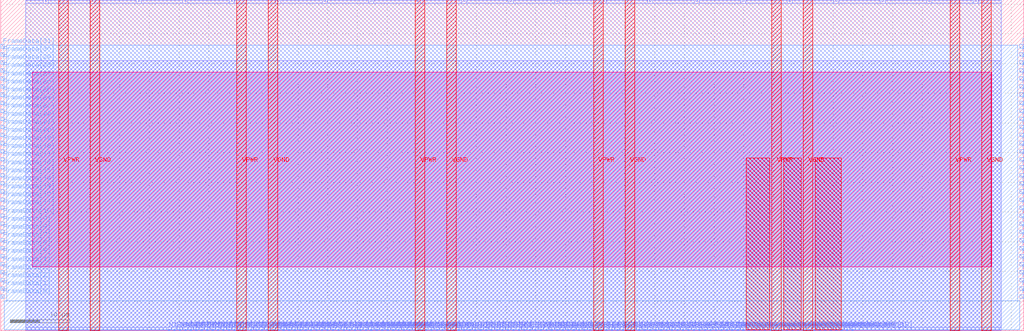
<source format=lef>
VERSION 5.7 ;
  NOWIREEXTENSIONATPIN ON ;
  DIVIDERCHAR "/" ;
  BUSBITCHARS "[]" ;
MACRO N_term_single
  CLASS BLOCK ;
  FOREIGN N_term_single ;
  ORIGIN 0.000 0.000 ;
  SIZE 172.040 BY 55.760 ;
  PIN Ci
    DIRECTION INPUT ;
    USE SIGNAL ;
    PORT
      LAYER met2 ;
        RECT 75.990 0.000 76.270 0.280 ;
    END
  END Ci
  PIN FrameData[0]
    DIRECTION INPUT ;
    USE SIGNAL ;
    ANTENNAGATEAREA 0.631200 ;
    ANTENNADIFFAREA 0.434700 ;
    PORT
      LAYER met3 ;
        RECT 0.000 5.480 0.600 6.080 ;
    END
  END FrameData[0]
  PIN FrameData[10]
    DIRECTION INPUT ;
    USE SIGNAL ;
    ANTENNAGATEAREA 0.196500 ;
    PORT
      LAYER met3 ;
        RECT 0.000 19.080 0.600 19.680 ;
    END
  END FrameData[10]
  PIN FrameData[11]
    DIRECTION INPUT ;
    USE SIGNAL ;
    ANTENNAGATEAREA 0.196500 ;
    PORT
      LAYER met3 ;
        RECT 0.000 20.440 0.600 21.040 ;
    END
  END FrameData[11]
  PIN FrameData[12]
    DIRECTION INPUT ;
    USE SIGNAL ;
    ANTENNAGATEAREA 0.196500 ;
    PORT
      LAYER met3 ;
        RECT 0.000 21.800 0.600 22.400 ;
    END
  END FrameData[12]
  PIN FrameData[13]
    DIRECTION INPUT ;
    USE SIGNAL ;
    ANTENNAGATEAREA 0.196500 ;
    PORT
      LAYER met3 ;
        RECT 0.000 23.160 0.600 23.760 ;
    END
  END FrameData[13]
  PIN FrameData[14]
    DIRECTION INPUT ;
    USE SIGNAL ;
    ANTENNAGATEAREA 0.631200 ;
    ANTENNADIFFAREA 0.434700 ;
    PORT
      LAYER met3 ;
        RECT 0.000 24.520 0.600 25.120 ;
    END
  END FrameData[14]
  PIN FrameData[15]
    DIRECTION INPUT ;
    USE SIGNAL ;
    ANTENNAGATEAREA 0.196500 ;
    PORT
      LAYER met3 ;
        RECT 0.000 25.880 0.600 26.480 ;
    END
  END FrameData[15]
  PIN FrameData[16]
    DIRECTION INPUT ;
    USE SIGNAL ;
    ANTENNAGATEAREA 0.196500 ;
    PORT
      LAYER met3 ;
        RECT 0.000 27.240 0.600 27.840 ;
    END
  END FrameData[16]
  PIN FrameData[17]
    DIRECTION INPUT ;
    USE SIGNAL ;
    ANTENNAGATEAREA 0.631200 ;
    ANTENNADIFFAREA 0.434700 ;
    PORT
      LAYER met3 ;
        RECT 0.000 28.600 0.600 29.200 ;
    END
  END FrameData[17]
  PIN FrameData[18]
    DIRECTION INPUT ;
    USE SIGNAL ;
    ANTENNAGATEAREA 0.631200 ;
    ANTENNADIFFAREA 0.434700 ;
    PORT
      LAYER met3 ;
        RECT 0.000 29.960 0.600 30.560 ;
    END
  END FrameData[18]
  PIN FrameData[19]
    DIRECTION INPUT ;
    USE SIGNAL ;
    ANTENNAGATEAREA 0.631200 ;
    ANTENNADIFFAREA 0.434700 ;
    PORT
      LAYER met3 ;
        RECT 0.000 31.320 0.600 31.920 ;
    END
  END FrameData[19]
  PIN FrameData[1]
    DIRECTION INPUT ;
    USE SIGNAL ;
    ANTENNAGATEAREA 0.631200 ;
    ANTENNADIFFAREA 0.434700 ;
    PORT
      LAYER met3 ;
        RECT 0.000 6.840 0.600 7.440 ;
    END
  END FrameData[1]
  PIN FrameData[20]
    DIRECTION INPUT ;
    USE SIGNAL ;
    ANTENNAGATEAREA 0.631200 ;
    ANTENNADIFFAREA 0.434700 ;
    PORT
      LAYER met3 ;
        RECT 0.000 32.680 0.600 33.280 ;
    END
  END FrameData[20]
  PIN FrameData[21]
    DIRECTION INPUT ;
    USE SIGNAL ;
    ANTENNAGATEAREA 0.631200 ;
    ANTENNADIFFAREA 0.434700 ;
    PORT
      LAYER met3 ;
        RECT 0.000 34.040 0.600 34.640 ;
    END
  END FrameData[21]
  PIN FrameData[22]
    DIRECTION INPUT ;
    USE SIGNAL ;
    ANTENNAGATEAREA 0.631200 ;
    ANTENNADIFFAREA 0.434700 ;
    PORT
      LAYER met3 ;
        RECT 0.000 35.400 0.600 36.000 ;
    END
  END FrameData[22]
  PIN FrameData[23]
    DIRECTION INPUT ;
    USE SIGNAL ;
    ANTENNAGATEAREA 0.631200 ;
    ANTENNADIFFAREA 0.434700 ;
    PORT
      LAYER met3 ;
        RECT 0.000 36.760 0.600 37.360 ;
    END
  END FrameData[23]
  PIN FrameData[24]
    DIRECTION INPUT ;
    USE SIGNAL ;
    ANTENNAGATEAREA 0.631200 ;
    ANTENNADIFFAREA 0.434700 ;
    PORT
      LAYER met3 ;
        RECT 0.000 38.120 0.600 38.720 ;
    END
  END FrameData[24]
  PIN FrameData[25]
    DIRECTION INPUT ;
    USE SIGNAL ;
    ANTENNAGATEAREA 0.196500 ;
    PORT
      LAYER met3 ;
        RECT 0.000 39.480 0.600 40.080 ;
    END
  END FrameData[25]
  PIN FrameData[26]
    DIRECTION INPUT ;
    USE SIGNAL ;
    ANTENNAGATEAREA 0.196500 ;
    PORT
      LAYER met3 ;
        RECT 0.000 40.840 0.600 41.440 ;
    END
  END FrameData[26]
  PIN FrameData[27]
    DIRECTION INPUT ;
    USE SIGNAL ;
    ANTENNAGATEAREA 0.631200 ;
    ANTENNADIFFAREA 0.434700 ;
    PORT
      LAYER met3 ;
        RECT 0.000 42.200 0.600 42.800 ;
    END
  END FrameData[27]
  PIN FrameData[28]
    DIRECTION INPUT ;
    USE SIGNAL ;
    ANTENNAGATEAREA 0.631200 ;
    ANTENNADIFFAREA 0.434700 ;
    PORT
      LAYER met3 ;
        RECT 0.000 43.560 0.600 44.160 ;
    END
  END FrameData[28]
  PIN FrameData[29]
    DIRECTION INPUT ;
    USE SIGNAL ;
    ANTENNAGATEAREA 0.631200 ;
    ANTENNADIFFAREA 0.434700 ;
    PORT
      LAYER met3 ;
        RECT 0.000 44.920 0.600 45.520 ;
    END
  END FrameData[29]
  PIN FrameData[2]
    DIRECTION INPUT ;
    USE SIGNAL ;
    ANTENNAGATEAREA 0.631200 ;
    ANTENNADIFFAREA 0.434700 ;
    PORT
      LAYER met3 ;
        RECT 0.000 8.200 0.600 8.800 ;
    END
  END FrameData[2]
  PIN FrameData[30]
    DIRECTION INPUT ;
    USE SIGNAL ;
    ANTENNAGATEAREA 0.631200 ;
    ANTENNADIFFAREA 0.434700 ;
    PORT
      LAYER met3 ;
        RECT 0.000 46.280 0.600 46.880 ;
    END
  END FrameData[30]
  PIN FrameData[31]
    DIRECTION INPUT ;
    USE SIGNAL ;
    ANTENNAGATEAREA 0.631200 ;
    ANTENNADIFFAREA 0.434700 ;
    PORT
      LAYER met3 ;
        RECT 0.000 47.640 0.600 48.240 ;
    END
  END FrameData[31]
  PIN FrameData[3]
    DIRECTION INPUT ;
    USE SIGNAL ;
    ANTENNAGATEAREA 0.631200 ;
    ANTENNADIFFAREA 0.434700 ;
    PORT
      LAYER met3 ;
        RECT 0.000 9.560 0.600 10.160 ;
    END
  END FrameData[3]
  PIN FrameData[4]
    DIRECTION INPUT ;
    USE SIGNAL ;
    ANTENNAGATEAREA 0.631200 ;
    ANTENNADIFFAREA 0.434700 ;
    PORT
      LAYER met3 ;
        RECT 0.000 10.920 0.600 11.520 ;
    END
  END FrameData[4]
  PIN FrameData[5]
    DIRECTION INPUT ;
    USE SIGNAL ;
    ANTENNAGATEAREA 0.631200 ;
    ANTENNADIFFAREA 0.434700 ;
    PORT
      LAYER met3 ;
        RECT 0.000 12.280 0.600 12.880 ;
    END
  END FrameData[5]
  PIN FrameData[6]
    DIRECTION INPUT ;
    USE SIGNAL ;
    ANTENNAGATEAREA 0.631200 ;
    ANTENNADIFFAREA 0.434700 ;
    PORT
      LAYER met3 ;
        RECT 0.000 13.640 0.600 14.240 ;
    END
  END FrameData[6]
  PIN FrameData[7]
    DIRECTION INPUT ;
    USE SIGNAL ;
    ANTENNAGATEAREA 0.631200 ;
    ANTENNADIFFAREA 0.434700 ;
    PORT
      LAYER met3 ;
        RECT 0.000 15.000 0.600 15.600 ;
    END
  END FrameData[7]
  PIN FrameData[8]
    DIRECTION INPUT ;
    USE SIGNAL ;
    ANTENNAGATEAREA 0.631200 ;
    ANTENNADIFFAREA 0.434700 ;
    PORT
      LAYER met3 ;
        RECT 0.000 16.360 0.600 16.960 ;
    END
  END FrameData[8]
  PIN FrameData[9]
    DIRECTION INPUT ;
    USE SIGNAL ;
    ANTENNAGATEAREA 0.631200 ;
    ANTENNADIFFAREA 0.434700 ;
    PORT
      LAYER met3 ;
        RECT 0.000 17.720 0.600 18.320 ;
    END
  END FrameData[9]
  PIN FrameData_O[0]
    DIRECTION OUTPUT ;
    USE SIGNAL ;
    ANTENNADIFFAREA 0.445500 ;
    PORT
      LAYER met3 ;
        RECT 171.440 5.480 172.040 6.080 ;
    END
  END FrameData_O[0]
  PIN FrameData_O[10]
    DIRECTION OUTPUT ;
    USE SIGNAL ;
    ANTENNADIFFAREA 0.445500 ;
    PORT
      LAYER met3 ;
        RECT 171.440 19.080 172.040 19.680 ;
    END
  END FrameData_O[10]
  PIN FrameData_O[11]
    DIRECTION OUTPUT ;
    USE SIGNAL ;
    ANTENNADIFFAREA 0.445500 ;
    PORT
      LAYER met3 ;
        RECT 171.440 20.440 172.040 21.040 ;
    END
  END FrameData_O[11]
  PIN FrameData_O[12]
    DIRECTION OUTPUT ;
    USE SIGNAL ;
    ANTENNADIFFAREA 0.445500 ;
    PORT
      LAYER met3 ;
        RECT 171.440 21.800 172.040 22.400 ;
    END
  END FrameData_O[12]
  PIN FrameData_O[13]
    DIRECTION OUTPUT ;
    USE SIGNAL ;
    ANTENNADIFFAREA 0.445500 ;
    PORT
      LAYER met3 ;
        RECT 171.440 23.160 172.040 23.760 ;
    END
  END FrameData_O[13]
  PIN FrameData_O[14]
    DIRECTION OUTPUT ;
    USE SIGNAL ;
    ANTENNADIFFAREA 0.445500 ;
    PORT
      LAYER met3 ;
        RECT 171.440 24.520 172.040 25.120 ;
    END
  END FrameData_O[14]
  PIN FrameData_O[15]
    DIRECTION OUTPUT ;
    USE SIGNAL ;
    ANTENNADIFFAREA 0.445500 ;
    PORT
      LAYER met3 ;
        RECT 171.440 25.880 172.040 26.480 ;
    END
  END FrameData_O[15]
  PIN FrameData_O[16]
    DIRECTION OUTPUT ;
    USE SIGNAL ;
    ANTENNADIFFAREA 0.445500 ;
    PORT
      LAYER met3 ;
        RECT 171.440 27.240 172.040 27.840 ;
    END
  END FrameData_O[16]
  PIN FrameData_O[17]
    DIRECTION OUTPUT ;
    USE SIGNAL ;
    ANTENNADIFFAREA 0.445500 ;
    PORT
      LAYER met3 ;
        RECT 171.440 28.600 172.040 29.200 ;
    END
  END FrameData_O[17]
  PIN FrameData_O[18]
    DIRECTION OUTPUT ;
    USE SIGNAL ;
    ANTENNADIFFAREA 0.445500 ;
    PORT
      LAYER met3 ;
        RECT 171.440 29.960 172.040 30.560 ;
    END
  END FrameData_O[18]
  PIN FrameData_O[19]
    DIRECTION OUTPUT ;
    USE SIGNAL ;
    ANTENNADIFFAREA 0.445500 ;
    PORT
      LAYER met3 ;
        RECT 171.440 31.320 172.040 31.920 ;
    END
  END FrameData_O[19]
  PIN FrameData_O[1]
    DIRECTION OUTPUT ;
    USE SIGNAL ;
    ANTENNADIFFAREA 0.445500 ;
    PORT
      LAYER met3 ;
        RECT 171.440 6.840 172.040 7.440 ;
    END
  END FrameData_O[1]
  PIN FrameData_O[20]
    DIRECTION OUTPUT ;
    USE SIGNAL ;
    ANTENNADIFFAREA 0.445500 ;
    PORT
      LAYER met3 ;
        RECT 171.440 32.680 172.040 33.280 ;
    END
  END FrameData_O[20]
  PIN FrameData_O[21]
    DIRECTION OUTPUT ;
    USE SIGNAL ;
    ANTENNADIFFAREA 0.445500 ;
    PORT
      LAYER met3 ;
        RECT 171.440 34.040 172.040 34.640 ;
    END
  END FrameData_O[21]
  PIN FrameData_O[22]
    DIRECTION OUTPUT ;
    USE SIGNAL ;
    ANTENNADIFFAREA 0.445500 ;
    PORT
      LAYER met3 ;
        RECT 171.440 35.400 172.040 36.000 ;
    END
  END FrameData_O[22]
  PIN FrameData_O[23]
    DIRECTION OUTPUT ;
    USE SIGNAL ;
    ANTENNADIFFAREA 0.445500 ;
    PORT
      LAYER met3 ;
        RECT 171.440 36.760 172.040 37.360 ;
    END
  END FrameData_O[23]
  PIN FrameData_O[24]
    DIRECTION OUTPUT ;
    USE SIGNAL ;
    ANTENNADIFFAREA 0.445500 ;
    PORT
      LAYER met3 ;
        RECT 171.440 38.120 172.040 38.720 ;
    END
  END FrameData_O[24]
  PIN FrameData_O[25]
    DIRECTION OUTPUT ;
    USE SIGNAL ;
    ANTENNADIFFAREA 0.445500 ;
    PORT
      LAYER met3 ;
        RECT 171.440 39.480 172.040 40.080 ;
    END
  END FrameData_O[25]
  PIN FrameData_O[26]
    DIRECTION OUTPUT ;
    USE SIGNAL ;
    ANTENNADIFFAREA 0.445500 ;
    PORT
      LAYER met3 ;
        RECT 171.440 40.840 172.040 41.440 ;
    END
  END FrameData_O[26]
  PIN FrameData_O[27]
    DIRECTION OUTPUT ;
    USE SIGNAL ;
    ANTENNADIFFAREA 0.445500 ;
    PORT
      LAYER met3 ;
        RECT 171.440 42.200 172.040 42.800 ;
    END
  END FrameData_O[27]
  PIN FrameData_O[28]
    DIRECTION OUTPUT ;
    USE SIGNAL ;
    ANTENNADIFFAREA 0.445500 ;
    PORT
      LAYER met3 ;
        RECT 171.440 43.560 172.040 44.160 ;
    END
  END FrameData_O[28]
  PIN FrameData_O[29]
    DIRECTION OUTPUT ;
    USE SIGNAL ;
    ANTENNADIFFAREA 0.445500 ;
    PORT
      LAYER met3 ;
        RECT 171.440 44.920 172.040 45.520 ;
    END
  END FrameData_O[29]
  PIN FrameData_O[2]
    DIRECTION OUTPUT ;
    USE SIGNAL ;
    ANTENNADIFFAREA 0.445500 ;
    PORT
      LAYER met3 ;
        RECT 171.440 8.200 172.040 8.800 ;
    END
  END FrameData_O[2]
  PIN FrameData_O[30]
    DIRECTION OUTPUT ;
    USE SIGNAL ;
    ANTENNADIFFAREA 0.445500 ;
    PORT
      LAYER met3 ;
        RECT 171.440 46.280 172.040 46.880 ;
    END
  END FrameData_O[30]
  PIN FrameData_O[31]
    DIRECTION OUTPUT ;
    USE SIGNAL ;
    ANTENNADIFFAREA 0.445500 ;
    PORT
      LAYER met3 ;
        RECT 171.440 47.640 172.040 48.240 ;
    END
  END FrameData_O[31]
  PIN FrameData_O[3]
    DIRECTION OUTPUT ;
    USE SIGNAL ;
    ANTENNADIFFAREA 0.445500 ;
    PORT
      LAYER met3 ;
        RECT 171.440 9.560 172.040 10.160 ;
    END
  END FrameData_O[3]
  PIN FrameData_O[4]
    DIRECTION OUTPUT ;
    USE SIGNAL ;
    ANTENNADIFFAREA 0.445500 ;
    PORT
      LAYER met3 ;
        RECT 171.440 10.920 172.040 11.520 ;
    END
  END FrameData_O[4]
  PIN FrameData_O[5]
    DIRECTION OUTPUT ;
    USE SIGNAL ;
    ANTENNADIFFAREA 0.445500 ;
    PORT
      LAYER met3 ;
        RECT 171.440 12.280 172.040 12.880 ;
    END
  END FrameData_O[5]
  PIN FrameData_O[6]
    DIRECTION OUTPUT ;
    USE SIGNAL ;
    ANTENNADIFFAREA 0.445500 ;
    PORT
      LAYER met3 ;
        RECT 171.440 13.640 172.040 14.240 ;
    END
  END FrameData_O[6]
  PIN FrameData_O[7]
    DIRECTION OUTPUT ;
    USE SIGNAL ;
    ANTENNADIFFAREA 0.445500 ;
    PORT
      LAYER met3 ;
        RECT 171.440 15.000 172.040 15.600 ;
    END
  END FrameData_O[7]
  PIN FrameData_O[8]
    DIRECTION OUTPUT ;
    USE SIGNAL ;
    ANTENNADIFFAREA 0.445500 ;
    PORT
      LAYER met3 ;
        RECT 171.440 16.360 172.040 16.960 ;
    END
  END FrameData_O[8]
  PIN FrameData_O[9]
    DIRECTION OUTPUT ;
    USE SIGNAL ;
    ANTENNADIFFAREA 0.445500 ;
    PORT
      LAYER met3 ;
        RECT 171.440 17.720 172.040 18.320 ;
    END
  END FrameData_O[9]
  PIN FrameStrobe[0]
    DIRECTION INPUT ;
    USE SIGNAL ;
    ANTENNAGATEAREA 0.631200 ;
    ANTENNADIFFAREA 0.434700 ;
    PORT
      LAYER met2 ;
        RECT 125.670 0.000 125.950 0.280 ;
    END
  END FrameStrobe[0]
  PIN FrameStrobe[10]
    DIRECTION INPUT ;
    USE SIGNAL ;
    ANTENNAGATEAREA 0.196500 ;
    PORT
      LAYER met2 ;
        RECT 134.870 0.000 135.150 0.280 ;
    END
  END FrameStrobe[10]
  PIN FrameStrobe[11]
    DIRECTION INPUT ;
    USE SIGNAL ;
    ANTENNAGATEAREA 0.196500 ;
    PORT
      LAYER met2 ;
        RECT 135.790 0.000 136.070 0.280 ;
    END
  END FrameStrobe[11]
  PIN FrameStrobe[12]
    DIRECTION INPUT ;
    USE SIGNAL ;
    ANTENNAGATEAREA 0.196500 ;
    PORT
      LAYER met2 ;
        RECT 136.710 0.000 136.990 0.280 ;
    END
  END FrameStrobe[12]
  PIN FrameStrobe[13]
    DIRECTION INPUT ;
    USE SIGNAL ;
    ANTENNAGATEAREA 0.196500 ;
    PORT
      LAYER met2 ;
        RECT 137.630 0.000 137.910 0.280 ;
    END
  END FrameStrobe[13]
  PIN FrameStrobe[14]
    DIRECTION INPUT ;
    USE SIGNAL ;
    ANTENNAGATEAREA 0.196500 ;
    PORT
      LAYER met2 ;
        RECT 138.550 0.000 138.830 0.280 ;
    END
  END FrameStrobe[14]
  PIN FrameStrobe[15]
    DIRECTION INPUT ;
    USE SIGNAL ;
    ANTENNAGATEAREA 0.196500 ;
    PORT
      LAYER met2 ;
        RECT 139.470 0.000 139.750 0.280 ;
    END
  END FrameStrobe[15]
  PIN FrameStrobe[16]
    DIRECTION INPUT ;
    USE SIGNAL ;
    ANTENNAGATEAREA 0.196500 ;
    PORT
      LAYER met2 ;
        RECT 140.390 0.000 140.670 0.280 ;
    END
  END FrameStrobe[16]
  PIN FrameStrobe[17]
    DIRECTION INPUT ;
    USE SIGNAL ;
    ANTENNAGATEAREA 0.196500 ;
    PORT
      LAYER met2 ;
        RECT 141.310 0.000 141.590 0.280 ;
    END
  END FrameStrobe[17]
  PIN FrameStrobe[18]
    DIRECTION INPUT ;
    USE SIGNAL ;
    ANTENNAGATEAREA 0.196500 ;
    PORT
      LAYER met2 ;
        RECT 142.230 0.000 142.510 0.280 ;
    END
  END FrameStrobe[18]
  PIN FrameStrobe[19]
    DIRECTION INPUT ;
    USE SIGNAL ;
    ANTENNAGATEAREA 0.196500 ;
    PORT
      LAYER met2 ;
        RECT 143.150 0.000 143.430 0.280 ;
    END
  END FrameStrobe[19]
  PIN FrameStrobe[1]
    DIRECTION INPUT ;
    USE SIGNAL ;
    ANTENNAGATEAREA 0.196500 ;
    PORT
      LAYER met2 ;
        RECT 126.590 0.000 126.870 0.280 ;
    END
  END FrameStrobe[1]
  PIN FrameStrobe[2]
    DIRECTION INPUT ;
    USE SIGNAL ;
    ANTENNAGATEAREA 0.631200 ;
    ANTENNADIFFAREA 0.434700 ;
    PORT
      LAYER met2 ;
        RECT 127.510 0.000 127.790 0.280 ;
    END
  END FrameStrobe[2]
  PIN FrameStrobe[3]
    DIRECTION INPUT ;
    USE SIGNAL ;
    ANTENNAGATEAREA 0.196500 ;
    PORT
      LAYER met2 ;
        RECT 128.430 0.000 128.710 0.280 ;
    END
  END FrameStrobe[3]
  PIN FrameStrobe[4]
    DIRECTION INPUT ;
    USE SIGNAL ;
    ANTENNAGATEAREA 0.196500 ;
    PORT
      LAYER met2 ;
        RECT 129.350 0.000 129.630 0.280 ;
    END
  END FrameStrobe[4]
  PIN FrameStrobe[5]
    DIRECTION INPUT ;
    USE SIGNAL ;
    ANTENNAGATEAREA 0.196500 ;
    PORT
      LAYER met2 ;
        RECT 130.270 0.000 130.550 0.280 ;
    END
  END FrameStrobe[5]
  PIN FrameStrobe[6]
    DIRECTION INPUT ;
    USE SIGNAL ;
    ANTENNAGATEAREA 0.196500 ;
    PORT
      LAYER met2 ;
        RECT 131.190 0.000 131.470 0.280 ;
    END
  END FrameStrobe[6]
  PIN FrameStrobe[7]
    DIRECTION INPUT ;
    USE SIGNAL ;
    ANTENNAGATEAREA 0.196500 ;
    PORT
      LAYER met2 ;
        RECT 132.110 0.000 132.390 0.280 ;
    END
  END FrameStrobe[7]
  PIN FrameStrobe[8]
    DIRECTION INPUT ;
    USE SIGNAL ;
    ANTENNAGATEAREA 0.196500 ;
    PORT
      LAYER met2 ;
        RECT 133.030 0.000 133.310 0.280 ;
    END
  END FrameStrobe[8]
  PIN FrameStrobe[9]
    DIRECTION INPUT ;
    USE SIGNAL ;
    ANTENNAGATEAREA 0.196500 ;
    PORT
      LAYER met2 ;
        RECT 133.950 0.000 134.230 0.280 ;
    END
  END FrameStrobe[9]
  PIN FrameStrobe_O[0]
    DIRECTION OUTPUT ;
    USE SIGNAL ;
    ANTENNADIFFAREA 0.445500 ;
    PORT
      LAYER met2 ;
        RECT 15.270 55.480 15.550 55.760 ;
    END
  END FrameStrobe_O[0]
  PIN FrameStrobe_O[10]
    DIRECTION OUTPUT ;
    USE SIGNAL ;
    ANTENNADIFFAREA 0.445500 ;
    PORT
      LAYER met2 ;
        RECT 93.470 55.480 93.750 55.760 ;
    END
  END FrameStrobe_O[10]
  PIN FrameStrobe_O[11]
    DIRECTION OUTPUT ;
    USE SIGNAL ;
    ANTENNADIFFAREA 0.445500 ;
    PORT
      LAYER met2 ;
        RECT 101.290 55.480 101.570 55.760 ;
    END
  END FrameStrobe_O[11]
  PIN FrameStrobe_O[12]
    DIRECTION OUTPUT ;
    USE SIGNAL ;
    ANTENNADIFFAREA 0.445500 ;
    PORT
      LAYER met2 ;
        RECT 109.110 55.480 109.390 55.760 ;
    END
  END FrameStrobe_O[12]
  PIN FrameStrobe_O[13]
    DIRECTION OUTPUT ;
    USE SIGNAL ;
    ANTENNADIFFAREA 0.445500 ;
    PORT
      LAYER met2 ;
        RECT 116.930 55.480 117.210 55.760 ;
    END
  END FrameStrobe_O[13]
  PIN FrameStrobe_O[14]
    DIRECTION OUTPUT ;
    USE SIGNAL ;
    ANTENNADIFFAREA 0.445500 ;
    PORT
      LAYER met2 ;
        RECT 124.750 55.480 125.030 55.760 ;
    END
  END FrameStrobe_O[14]
  PIN FrameStrobe_O[15]
    DIRECTION OUTPUT ;
    USE SIGNAL ;
    ANTENNADIFFAREA 0.445500 ;
    PORT
      LAYER met2 ;
        RECT 132.570 55.480 132.850 55.760 ;
    END
  END FrameStrobe_O[15]
  PIN FrameStrobe_O[16]
    DIRECTION OUTPUT ;
    USE SIGNAL ;
    ANTENNADIFFAREA 0.445500 ;
    PORT
      LAYER met2 ;
        RECT 140.390 55.480 140.670 55.760 ;
    END
  END FrameStrobe_O[16]
  PIN FrameStrobe_O[17]
    DIRECTION OUTPUT ;
    USE SIGNAL ;
    ANTENNADIFFAREA 0.445500 ;
    PORT
      LAYER met2 ;
        RECT 148.210 55.480 148.490 55.760 ;
    END
  END FrameStrobe_O[17]
  PIN FrameStrobe_O[18]
    DIRECTION OUTPUT ;
    USE SIGNAL ;
    ANTENNADIFFAREA 0.445500 ;
    PORT
      LAYER met2 ;
        RECT 156.030 55.480 156.310 55.760 ;
    END
  END FrameStrobe_O[18]
  PIN FrameStrobe_O[19]
    DIRECTION OUTPUT ;
    USE SIGNAL ;
    ANTENNADIFFAREA 0.445500 ;
    PORT
      LAYER met2 ;
        RECT 163.850 55.480 164.130 55.760 ;
    END
  END FrameStrobe_O[19]
  PIN FrameStrobe_O[1]
    DIRECTION OUTPUT ;
    USE SIGNAL ;
    ANTENNADIFFAREA 0.445500 ;
    PORT
      LAYER met2 ;
        RECT 23.090 55.480 23.370 55.760 ;
    END
  END FrameStrobe_O[1]
  PIN FrameStrobe_O[2]
    DIRECTION OUTPUT ;
    USE SIGNAL ;
    ANTENNADIFFAREA 0.445500 ;
    PORT
      LAYER met2 ;
        RECT 30.910 55.480 31.190 55.760 ;
    END
  END FrameStrobe_O[2]
  PIN FrameStrobe_O[3]
    DIRECTION OUTPUT ;
    USE SIGNAL ;
    ANTENNADIFFAREA 0.445500 ;
    PORT
      LAYER met2 ;
        RECT 38.730 55.480 39.010 55.760 ;
    END
  END FrameStrobe_O[3]
  PIN FrameStrobe_O[4]
    DIRECTION OUTPUT ;
    USE SIGNAL ;
    ANTENNADIFFAREA 0.445500 ;
    PORT
      LAYER met2 ;
        RECT 46.550 55.480 46.830 55.760 ;
    END
  END FrameStrobe_O[4]
  PIN FrameStrobe_O[5]
    DIRECTION OUTPUT ;
    USE SIGNAL ;
    ANTENNADIFFAREA 0.445500 ;
    PORT
      LAYER met2 ;
        RECT 54.370 55.480 54.650 55.760 ;
    END
  END FrameStrobe_O[5]
  PIN FrameStrobe_O[6]
    DIRECTION OUTPUT ;
    USE SIGNAL ;
    ANTENNADIFFAREA 0.445500 ;
    PORT
      LAYER met2 ;
        RECT 62.190 55.480 62.470 55.760 ;
    END
  END FrameStrobe_O[6]
  PIN FrameStrobe_O[7]
    DIRECTION OUTPUT ;
    USE SIGNAL ;
    ANTENNADIFFAREA 0.445500 ;
    PORT
      LAYER met2 ;
        RECT 70.010 55.480 70.290 55.760 ;
    END
  END FrameStrobe_O[7]
  PIN FrameStrobe_O[8]
    DIRECTION OUTPUT ;
    USE SIGNAL ;
    ANTENNADIFFAREA 0.445500 ;
    PORT
      LAYER met2 ;
        RECT 77.830 55.480 78.110 55.760 ;
    END
  END FrameStrobe_O[8]
  PIN FrameStrobe_O[9]
    DIRECTION OUTPUT ;
    USE SIGNAL ;
    ANTENNADIFFAREA 0.445500 ;
    PORT
      LAYER met2 ;
        RECT 85.650 55.480 85.930 55.760 ;
    END
  END FrameStrobe_O[9]
  PIN N1END[0]
    DIRECTION INPUT ;
    USE SIGNAL ;
    ANTENNAGATEAREA 0.196500 ;
    PORT
      LAYER met2 ;
        RECT 28.150 0.000 28.430 0.280 ;
    END
  END N1END[0]
  PIN N1END[1]
    DIRECTION INPUT ;
    USE SIGNAL ;
    ANTENNAGATEAREA 0.196500 ;
    PORT
      LAYER met2 ;
        RECT 29.070 0.000 29.350 0.280 ;
    END
  END N1END[1]
  PIN N1END[2]
    DIRECTION INPUT ;
    USE SIGNAL ;
    ANTENNAGATEAREA 0.196500 ;
    PORT
      LAYER met2 ;
        RECT 29.990 0.000 30.270 0.280 ;
    END
  END N1END[2]
  PIN N1END[3]
    DIRECTION INPUT ;
    USE SIGNAL ;
    ANTENNAGATEAREA 0.196500 ;
    PORT
      LAYER met2 ;
        RECT 30.910 0.000 31.190 0.280 ;
    END
  END N1END[3]
  PIN N2END[0]
    DIRECTION INPUT ;
    USE SIGNAL ;
    ANTENNAGATEAREA 0.196500 ;
    PORT
      LAYER met2 ;
        RECT 39.190 0.000 39.470 0.280 ;
    END
  END N2END[0]
  PIN N2END[1]
    DIRECTION INPUT ;
    USE SIGNAL ;
    ANTENNAGATEAREA 0.196500 ;
    PORT
      LAYER met2 ;
        RECT 40.110 0.000 40.390 0.280 ;
    END
  END N2END[1]
  PIN N2END[2]
    DIRECTION INPUT ;
    USE SIGNAL ;
    ANTENNAGATEAREA 0.196500 ;
    PORT
      LAYER met2 ;
        RECT 41.030 0.000 41.310 0.280 ;
    END
  END N2END[2]
  PIN N2END[3]
    DIRECTION INPUT ;
    USE SIGNAL ;
    ANTENNAGATEAREA 0.196500 ;
    PORT
      LAYER met2 ;
        RECT 41.950 0.000 42.230 0.280 ;
    END
  END N2END[3]
  PIN N2END[4]
    DIRECTION INPUT ;
    USE SIGNAL ;
    ANTENNAGATEAREA 0.196500 ;
    PORT
      LAYER met2 ;
        RECT 42.870 0.000 43.150 0.280 ;
    END
  END N2END[4]
  PIN N2END[5]
    DIRECTION INPUT ;
    USE SIGNAL ;
    ANTENNAGATEAREA 0.196500 ;
    PORT
      LAYER met2 ;
        RECT 43.790 0.000 44.070 0.280 ;
    END
  END N2END[5]
  PIN N2END[6]
    DIRECTION INPUT ;
    USE SIGNAL ;
    ANTENNAGATEAREA 0.196500 ;
    PORT
      LAYER met2 ;
        RECT 44.710 0.000 44.990 0.280 ;
    END
  END N2END[6]
  PIN N2END[7]
    DIRECTION INPUT ;
    USE SIGNAL ;
    ANTENNAGATEAREA 0.196500 ;
    PORT
      LAYER met2 ;
        RECT 45.630 0.000 45.910 0.280 ;
    END
  END N2END[7]
  PIN N2MID[0]
    DIRECTION INPUT ;
    USE SIGNAL ;
    ANTENNAGATEAREA 0.196500 ;
    PORT
      LAYER met2 ;
        RECT 31.830 0.000 32.110 0.280 ;
    END
  END N2MID[0]
  PIN N2MID[1]
    DIRECTION INPUT ;
    USE SIGNAL ;
    ANTENNAGATEAREA 0.196500 ;
    PORT
      LAYER met2 ;
        RECT 32.750 0.000 33.030 0.280 ;
    END
  END N2MID[1]
  PIN N2MID[2]
    DIRECTION INPUT ;
    USE SIGNAL ;
    ANTENNAGATEAREA 0.196500 ;
    PORT
      LAYER met2 ;
        RECT 33.670 0.000 33.950 0.280 ;
    END
  END N2MID[2]
  PIN N2MID[3]
    DIRECTION INPUT ;
    USE SIGNAL ;
    ANTENNAGATEAREA 0.196500 ;
    PORT
      LAYER met2 ;
        RECT 34.590 0.000 34.870 0.280 ;
    END
  END N2MID[3]
  PIN N2MID[4]
    DIRECTION INPUT ;
    USE SIGNAL ;
    ANTENNAGATEAREA 0.196500 ;
    PORT
      LAYER met2 ;
        RECT 35.510 0.000 35.790 0.280 ;
    END
  END N2MID[4]
  PIN N2MID[5]
    DIRECTION INPUT ;
    USE SIGNAL ;
    ANTENNAGATEAREA 0.196500 ;
    PORT
      LAYER met2 ;
        RECT 36.430 0.000 36.710 0.280 ;
    END
  END N2MID[5]
  PIN N2MID[6]
    DIRECTION INPUT ;
    USE SIGNAL ;
    ANTENNAGATEAREA 0.196500 ;
    PORT
      LAYER met2 ;
        RECT 37.350 0.000 37.630 0.280 ;
    END
  END N2MID[6]
  PIN N2MID[7]
    DIRECTION INPUT ;
    USE SIGNAL ;
    ANTENNAGATEAREA 0.196500 ;
    PORT
      LAYER met2 ;
        RECT 38.270 0.000 38.550 0.280 ;
    END
  END N2MID[7]
  PIN N4END[0]
    DIRECTION INPUT ;
    USE SIGNAL ;
    ANTENNAGATEAREA 0.196500 ;
    PORT
      LAYER met2 ;
        RECT 46.550 0.000 46.830 0.280 ;
    END
  END N4END[0]
  PIN N4END[10]
    DIRECTION INPUT ;
    USE SIGNAL ;
    ANTENNAGATEAREA 0.196500 ;
    PORT
      LAYER met2 ;
        RECT 55.750 0.000 56.030 0.280 ;
    END
  END N4END[10]
  PIN N4END[11]
    DIRECTION INPUT ;
    USE SIGNAL ;
    ANTENNAGATEAREA 0.196500 ;
    PORT
      LAYER met2 ;
        RECT 56.670 0.000 56.950 0.280 ;
    END
  END N4END[11]
  PIN N4END[12]
    DIRECTION INPUT ;
    USE SIGNAL ;
    ANTENNAGATEAREA 0.196500 ;
    PORT
      LAYER met2 ;
        RECT 57.590 0.000 57.870 0.280 ;
    END
  END N4END[12]
  PIN N4END[13]
    DIRECTION INPUT ;
    USE SIGNAL ;
    ANTENNAGATEAREA 0.196500 ;
    PORT
      LAYER met2 ;
        RECT 58.510 0.000 58.790 0.280 ;
    END
  END N4END[13]
  PIN N4END[14]
    DIRECTION INPUT ;
    USE SIGNAL ;
    ANTENNAGATEAREA 0.196500 ;
    PORT
      LAYER met2 ;
        RECT 59.430 0.000 59.710 0.280 ;
    END
  END N4END[14]
  PIN N4END[15]
    DIRECTION INPUT ;
    USE SIGNAL ;
    ANTENNAGATEAREA 0.196500 ;
    PORT
      LAYER met2 ;
        RECT 60.350 0.000 60.630 0.280 ;
    END
  END N4END[15]
  PIN N4END[1]
    DIRECTION INPUT ;
    USE SIGNAL ;
    ANTENNAGATEAREA 0.196500 ;
    PORT
      LAYER met2 ;
        RECT 47.470 0.000 47.750 0.280 ;
    END
  END N4END[1]
  PIN N4END[2]
    DIRECTION INPUT ;
    USE SIGNAL ;
    ANTENNAGATEAREA 0.196500 ;
    PORT
      LAYER met2 ;
        RECT 48.390 0.000 48.670 0.280 ;
    END
  END N4END[2]
  PIN N4END[3]
    DIRECTION INPUT ;
    USE SIGNAL ;
    ANTENNAGATEAREA 0.196500 ;
    PORT
      LAYER met2 ;
        RECT 49.310 0.000 49.590 0.280 ;
    END
  END N4END[3]
  PIN N4END[4]
    DIRECTION INPUT ;
    USE SIGNAL ;
    ANTENNAGATEAREA 0.196500 ;
    PORT
      LAYER met2 ;
        RECT 50.230 0.000 50.510 0.280 ;
    END
  END N4END[4]
  PIN N4END[5]
    DIRECTION INPUT ;
    USE SIGNAL ;
    ANTENNAGATEAREA 0.196500 ;
    PORT
      LAYER met2 ;
        RECT 51.150 0.000 51.430 0.280 ;
    END
  END N4END[5]
  PIN N4END[6]
    DIRECTION INPUT ;
    USE SIGNAL ;
    ANTENNAGATEAREA 0.196500 ;
    PORT
      LAYER met2 ;
        RECT 52.070 0.000 52.350 0.280 ;
    END
  END N4END[6]
  PIN N4END[7]
    DIRECTION INPUT ;
    USE SIGNAL ;
    ANTENNAGATEAREA 0.196500 ;
    PORT
      LAYER met2 ;
        RECT 52.990 0.000 53.270 0.280 ;
    END
  END N4END[7]
  PIN N4END[8]
    DIRECTION INPUT ;
    USE SIGNAL ;
    ANTENNAGATEAREA 0.196500 ;
    PORT
      LAYER met2 ;
        RECT 53.910 0.000 54.190 0.280 ;
    END
  END N4END[8]
  PIN N4END[9]
    DIRECTION INPUT ;
    USE SIGNAL ;
    ANTENNAGATEAREA 0.196500 ;
    PORT
      LAYER met2 ;
        RECT 54.830 0.000 55.110 0.280 ;
    END
  END N4END[9]
  PIN NN4END[0]
    DIRECTION INPUT ;
    USE SIGNAL ;
    ANTENNAGATEAREA 0.196500 ;
    PORT
      LAYER met2 ;
        RECT 61.270 0.000 61.550 0.280 ;
    END
  END NN4END[0]
  PIN NN4END[10]
    DIRECTION INPUT ;
    USE SIGNAL ;
    ANTENNAGATEAREA 0.631200 ;
    ANTENNADIFFAREA 0.434700 ;
    PORT
      LAYER met2 ;
        RECT 70.470 0.000 70.750 0.280 ;
    END
  END NN4END[10]
  PIN NN4END[11]
    DIRECTION INPUT ;
    USE SIGNAL ;
    ANTENNAGATEAREA 0.631200 ;
    ANTENNADIFFAREA 0.434700 ;
    PORT
      LAYER met2 ;
        RECT 71.390 0.000 71.670 0.280 ;
    END
  END NN4END[11]
  PIN NN4END[12]
    DIRECTION INPUT ;
    USE SIGNAL ;
    ANTENNAGATEAREA 0.631200 ;
    ANTENNADIFFAREA 0.434700 ;
    PORT
      LAYER met2 ;
        RECT 72.310 0.000 72.590 0.280 ;
    END
  END NN4END[12]
  PIN NN4END[13]
    DIRECTION INPUT ;
    USE SIGNAL ;
    ANTENNAGATEAREA 0.631200 ;
    ANTENNADIFFAREA 0.434700 ;
    PORT
      LAYER met2 ;
        RECT 73.230 0.000 73.510 0.280 ;
    END
  END NN4END[13]
  PIN NN4END[14]
    DIRECTION INPUT ;
    USE SIGNAL ;
    ANTENNAGATEAREA 0.631200 ;
    ANTENNADIFFAREA 0.434700 ;
    PORT
      LAYER met2 ;
        RECT 74.150 0.000 74.430 0.280 ;
    END
  END NN4END[14]
  PIN NN4END[15]
    DIRECTION INPUT ;
    USE SIGNAL ;
    ANTENNAGATEAREA 0.196500 ;
    PORT
      LAYER met2 ;
        RECT 75.070 0.000 75.350 0.280 ;
    END
  END NN4END[15]
  PIN NN4END[1]
    DIRECTION INPUT ;
    USE SIGNAL ;
    ANTENNAGATEAREA 0.196500 ;
    PORT
      LAYER met2 ;
        RECT 62.190 0.000 62.470 0.280 ;
    END
  END NN4END[1]
  PIN NN4END[2]
    DIRECTION INPUT ;
    USE SIGNAL ;
    ANTENNAGATEAREA 0.196500 ;
    PORT
      LAYER met2 ;
        RECT 63.110 0.000 63.390 0.280 ;
    END
  END NN4END[2]
  PIN NN4END[3]
    DIRECTION INPUT ;
    USE SIGNAL ;
    ANTENNAGATEAREA 0.196500 ;
    PORT
      LAYER met2 ;
        RECT 64.030 0.000 64.310 0.280 ;
    END
  END NN4END[3]
  PIN NN4END[4]
    DIRECTION INPUT ;
    USE SIGNAL ;
    ANTENNAGATEAREA 0.196500 ;
    PORT
      LAYER met2 ;
        RECT 64.950 0.000 65.230 0.280 ;
    END
  END NN4END[4]
  PIN NN4END[5]
    DIRECTION INPUT ;
    USE SIGNAL ;
    ANTENNAGATEAREA 0.631200 ;
    ANTENNADIFFAREA 0.434700 ;
    PORT
      LAYER met2 ;
        RECT 65.870 0.000 66.150 0.280 ;
    END
  END NN4END[5]
  PIN NN4END[6]
    DIRECTION INPUT ;
    USE SIGNAL ;
    ANTENNAGATEAREA 0.631200 ;
    ANTENNADIFFAREA 0.434700 ;
    PORT
      LAYER met2 ;
        RECT 66.790 0.000 67.070 0.280 ;
    END
  END NN4END[6]
  PIN NN4END[7]
    DIRECTION INPUT ;
    USE SIGNAL ;
    ANTENNAGATEAREA 0.631200 ;
    ANTENNADIFFAREA 0.434700 ;
    PORT
      LAYER met2 ;
        RECT 67.710 0.000 67.990 0.280 ;
    END
  END NN4END[7]
  PIN NN4END[8]
    DIRECTION INPUT ;
    USE SIGNAL ;
    ANTENNAGATEAREA 0.196500 ;
    PORT
      LAYER met2 ;
        RECT 68.630 0.000 68.910 0.280 ;
    END
  END NN4END[8]
  PIN NN4END[9]
    DIRECTION INPUT ;
    USE SIGNAL ;
    ANTENNAGATEAREA 0.196500 ;
    PORT
      LAYER met2 ;
        RECT 69.550 0.000 69.830 0.280 ;
    END
  END NN4END[9]
  PIN S1BEG[0]
    DIRECTION OUTPUT ;
    USE SIGNAL ;
    ANTENNADIFFAREA 0.445500 ;
    PORT
      LAYER met2 ;
        RECT 76.910 0.000 77.190 0.280 ;
    END
  END S1BEG[0]
  PIN S1BEG[1]
    DIRECTION OUTPUT ;
    USE SIGNAL ;
    ANTENNADIFFAREA 0.445500 ;
    PORT
      LAYER met2 ;
        RECT 77.830 0.000 78.110 0.280 ;
    END
  END S1BEG[1]
  PIN S1BEG[2]
    DIRECTION OUTPUT ;
    USE SIGNAL ;
    ANTENNADIFFAREA 0.445500 ;
    PORT
      LAYER met2 ;
        RECT 78.750 0.000 79.030 0.280 ;
    END
  END S1BEG[2]
  PIN S1BEG[3]
    DIRECTION OUTPUT ;
    USE SIGNAL ;
    ANTENNADIFFAREA 0.445500 ;
    PORT
      LAYER met2 ;
        RECT 79.670 0.000 79.950 0.280 ;
    END
  END S1BEG[3]
  PIN S2BEG[0]
    DIRECTION OUTPUT ;
    USE SIGNAL ;
    ANTENNADIFFAREA 0.445500 ;
    PORT
      LAYER met2 ;
        RECT 80.590 0.000 80.870 0.280 ;
    END
  END S2BEG[0]
  PIN S2BEG[1]
    DIRECTION OUTPUT ;
    USE SIGNAL ;
    ANTENNADIFFAREA 0.445500 ;
    PORT
      LAYER met2 ;
        RECT 81.510 0.000 81.790 0.280 ;
    END
  END S2BEG[1]
  PIN S2BEG[2]
    DIRECTION OUTPUT ;
    USE SIGNAL ;
    ANTENNADIFFAREA 0.445500 ;
    PORT
      LAYER met2 ;
        RECT 82.430 0.000 82.710 0.280 ;
    END
  END S2BEG[2]
  PIN S2BEG[3]
    DIRECTION OUTPUT ;
    USE SIGNAL ;
    ANTENNADIFFAREA 0.445500 ;
    PORT
      LAYER met2 ;
        RECT 83.350 0.000 83.630 0.280 ;
    END
  END S2BEG[3]
  PIN S2BEG[4]
    DIRECTION OUTPUT ;
    USE SIGNAL ;
    ANTENNADIFFAREA 0.445500 ;
    PORT
      LAYER met2 ;
        RECT 84.270 0.000 84.550 0.280 ;
    END
  END S2BEG[4]
  PIN S2BEG[5]
    DIRECTION OUTPUT ;
    USE SIGNAL ;
    ANTENNADIFFAREA 0.445500 ;
    PORT
      LAYER met2 ;
        RECT 85.190 0.000 85.470 0.280 ;
    END
  END S2BEG[5]
  PIN S2BEG[6]
    DIRECTION OUTPUT ;
    USE SIGNAL ;
    ANTENNADIFFAREA 0.445500 ;
    PORT
      LAYER met2 ;
        RECT 86.110 0.000 86.390 0.280 ;
    END
  END S2BEG[6]
  PIN S2BEG[7]
    DIRECTION OUTPUT ;
    USE SIGNAL ;
    ANTENNADIFFAREA 0.445500 ;
    PORT
      LAYER met2 ;
        RECT 87.030 0.000 87.310 0.280 ;
    END
  END S2BEG[7]
  PIN S2BEGb[0]
    DIRECTION OUTPUT ;
    USE SIGNAL ;
    ANTENNADIFFAREA 0.445500 ;
    PORT
      LAYER met2 ;
        RECT 87.950 0.000 88.230 0.280 ;
    END
  END S2BEGb[0]
  PIN S2BEGb[1]
    DIRECTION OUTPUT ;
    USE SIGNAL ;
    ANTENNADIFFAREA 0.445500 ;
    PORT
      LAYER met2 ;
        RECT 88.870 0.000 89.150 0.280 ;
    END
  END S2BEGb[1]
  PIN S2BEGb[2]
    DIRECTION OUTPUT ;
    USE SIGNAL ;
    ANTENNADIFFAREA 0.445500 ;
    PORT
      LAYER met2 ;
        RECT 89.790 0.000 90.070 0.280 ;
    END
  END S2BEGb[2]
  PIN S2BEGb[3]
    DIRECTION OUTPUT ;
    USE SIGNAL ;
    ANTENNADIFFAREA 0.445500 ;
    PORT
      LAYER met2 ;
        RECT 90.710 0.000 90.990 0.280 ;
    END
  END S2BEGb[3]
  PIN S2BEGb[4]
    DIRECTION OUTPUT ;
    USE SIGNAL ;
    ANTENNADIFFAREA 0.445500 ;
    PORT
      LAYER met2 ;
        RECT 91.630 0.000 91.910 0.280 ;
    END
  END S2BEGb[4]
  PIN S2BEGb[5]
    DIRECTION OUTPUT ;
    USE SIGNAL ;
    ANTENNADIFFAREA 0.445500 ;
    PORT
      LAYER met2 ;
        RECT 92.550 0.000 92.830 0.280 ;
    END
  END S2BEGb[5]
  PIN S2BEGb[6]
    DIRECTION OUTPUT ;
    USE SIGNAL ;
    ANTENNADIFFAREA 0.445500 ;
    PORT
      LAYER met2 ;
        RECT 93.470 0.000 93.750 0.280 ;
    END
  END S2BEGb[6]
  PIN S2BEGb[7]
    DIRECTION OUTPUT ;
    USE SIGNAL ;
    ANTENNADIFFAREA 0.445500 ;
    PORT
      LAYER met2 ;
        RECT 94.390 0.000 94.670 0.280 ;
    END
  END S2BEGb[7]
  PIN S4BEG[0]
    DIRECTION OUTPUT ;
    USE SIGNAL ;
    ANTENNADIFFAREA 0.445500 ;
    PORT
      LAYER met2 ;
        RECT 95.310 0.000 95.590 0.280 ;
    END
  END S4BEG[0]
  PIN S4BEG[10]
    DIRECTION OUTPUT ;
    USE SIGNAL ;
    ANTENNADIFFAREA 0.445500 ;
    PORT
      LAYER met2 ;
        RECT 104.510 0.000 104.790 0.280 ;
    END
  END S4BEG[10]
  PIN S4BEG[11]
    DIRECTION OUTPUT ;
    USE SIGNAL ;
    ANTENNADIFFAREA 0.445500 ;
    PORT
      LAYER met2 ;
        RECT 105.430 0.000 105.710 0.280 ;
    END
  END S4BEG[11]
  PIN S4BEG[12]
    DIRECTION OUTPUT ;
    USE SIGNAL ;
    ANTENNADIFFAREA 0.445500 ;
    PORT
      LAYER met2 ;
        RECT 106.350 0.000 106.630 0.280 ;
    END
  END S4BEG[12]
  PIN S4BEG[13]
    DIRECTION OUTPUT ;
    USE SIGNAL ;
    ANTENNADIFFAREA 0.445500 ;
    PORT
      LAYER met2 ;
        RECT 107.270 0.000 107.550 0.280 ;
    END
  END S4BEG[13]
  PIN S4BEG[14]
    DIRECTION OUTPUT ;
    USE SIGNAL ;
    ANTENNADIFFAREA 0.445500 ;
    PORT
      LAYER met2 ;
        RECT 108.190 0.000 108.470 0.280 ;
    END
  END S4BEG[14]
  PIN S4BEG[15]
    DIRECTION OUTPUT ;
    USE SIGNAL ;
    ANTENNADIFFAREA 0.445500 ;
    PORT
      LAYER met2 ;
        RECT 109.110 0.000 109.390 0.280 ;
    END
  END S4BEG[15]
  PIN S4BEG[1]
    DIRECTION OUTPUT ;
    USE SIGNAL ;
    ANTENNADIFFAREA 0.445500 ;
    PORT
      LAYER met2 ;
        RECT 96.230 0.000 96.510 0.280 ;
    END
  END S4BEG[1]
  PIN S4BEG[2]
    DIRECTION OUTPUT ;
    USE SIGNAL ;
    ANTENNADIFFAREA 0.445500 ;
    PORT
      LAYER met2 ;
        RECT 97.150 0.000 97.430 0.280 ;
    END
  END S4BEG[2]
  PIN S4BEG[3]
    DIRECTION OUTPUT ;
    USE SIGNAL ;
    ANTENNADIFFAREA 0.445500 ;
    PORT
      LAYER met2 ;
        RECT 98.070 0.000 98.350 0.280 ;
    END
  END S4BEG[3]
  PIN S4BEG[4]
    DIRECTION OUTPUT ;
    USE SIGNAL ;
    ANTENNADIFFAREA 0.445500 ;
    PORT
      LAYER met2 ;
        RECT 98.990 0.000 99.270 0.280 ;
    END
  END S4BEG[4]
  PIN S4BEG[5]
    DIRECTION OUTPUT ;
    USE SIGNAL ;
    ANTENNADIFFAREA 0.445500 ;
    PORT
      LAYER met2 ;
        RECT 99.910 0.000 100.190 0.280 ;
    END
  END S4BEG[5]
  PIN S4BEG[6]
    DIRECTION OUTPUT ;
    USE SIGNAL ;
    ANTENNADIFFAREA 0.445500 ;
    PORT
      LAYER met2 ;
        RECT 100.830 0.000 101.110 0.280 ;
    END
  END S4BEG[6]
  PIN S4BEG[7]
    DIRECTION OUTPUT ;
    USE SIGNAL ;
    ANTENNADIFFAREA 0.445500 ;
    PORT
      LAYER met2 ;
        RECT 101.750 0.000 102.030 0.280 ;
    END
  END S4BEG[7]
  PIN S4BEG[8]
    DIRECTION OUTPUT ;
    USE SIGNAL ;
    ANTENNADIFFAREA 0.445500 ;
    PORT
      LAYER met2 ;
        RECT 102.670 0.000 102.950 0.280 ;
    END
  END S4BEG[8]
  PIN S4BEG[9]
    DIRECTION OUTPUT ;
    USE SIGNAL ;
    ANTENNADIFFAREA 0.445500 ;
    PORT
      LAYER met2 ;
        RECT 103.590 0.000 103.870 0.280 ;
    END
  END S4BEG[9]
  PIN SS4BEG[0]
    DIRECTION OUTPUT ;
    USE SIGNAL ;
    ANTENNADIFFAREA 0.445500 ;
    PORT
      LAYER met2 ;
        RECT 110.030 0.000 110.310 0.280 ;
    END
  END SS4BEG[0]
  PIN SS4BEG[10]
    DIRECTION OUTPUT ;
    USE SIGNAL ;
    ANTENNADIFFAREA 0.445500 ;
    PORT
      LAYER met2 ;
        RECT 119.230 0.000 119.510 0.280 ;
    END
  END SS4BEG[10]
  PIN SS4BEG[11]
    DIRECTION OUTPUT ;
    USE SIGNAL ;
    ANTENNADIFFAREA 0.445500 ;
    PORT
      LAYER met2 ;
        RECT 120.150 0.000 120.430 0.280 ;
    END
  END SS4BEG[11]
  PIN SS4BEG[12]
    DIRECTION OUTPUT ;
    USE SIGNAL ;
    ANTENNADIFFAREA 0.445500 ;
    PORT
      LAYER met2 ;
        RECT 121.070 0.000 121.350 0.280 ;
    END
  END SS4BEG[12]
  PIN SS4BEG[13]
    DIRECTION OUTPUT ;
    USE SIGNAL ;
    ANTENNADIFFAREA 0.445500 ;
    PORT
      LAYER met2 ;
        RECT 121.990 0.000 122.270 0.280 ;
    END
  END SS4BEG[13]
  PIN SS4BEG[14]
    DIRECTION OUTPUT ;
    USE SIGNAL ;
    ANTENNADIFFAREA 0.445500 ;
    PORT
      LAYER met2 ;
        RECT 122.910 0.000 123.190 0.280 ;
    END
  END SS4BEG[14]
  PIN SS4BEG[15]
    DIRECTION OUTPUT ;
    USE SIGNAL ;
    ANTENNADIFFAREA 0.445500 ;
    PORT
      LAYER met2 ;
        RECT 123.830 0.000 124.110 0.280 ;
    END
  END SS4BEG[15]
  PIN SS4BEG[1]
    DIRECTION OUTPUT ;
    USE SIGNAL ;
    ANTENNADIFFAREA 0.445500 ;
    PORT
      LAYER met2 ;
        RECT 110.950 0.000 111.230 0.280 ;
    END
  END SS4BEG[1]
  PIN SS4BEG[2]
    DIRECTION OUTPUT ;
    USE SIGNAL ;
    ANTENNADIFFAREA 0.445500 ;
    PORT
      LAYER met2 ;
        RECT 111.870 0.000 112.150 0.280 ;
    END
  END SS4BEG[2]
  PIN SS4BEG[3]
    DIRECTION OUTPUT ;
    USE SIGNAL ;
    ANTENNADIFFAREA 0.445500 ;
    PORT
      LAYER met2 ;
        RECT 112.790 0.000 113.070 0.280 ;
    END
  END SS4BEG[3]
  PIN SS4BEG[4]
    DIRECTION OUTPUT ;
    USE SIGNAL ;
    ANTENNADIFFAREA 0.445500 ;
    PORT
      LAYER met2 ;
        RECT 113.710 0.000 113.990 0.280 ;
    END
  END SS4BEG[4]
  PIN SS4BEG[5]
    DIRECTION OUTPUT ;
    USE SIGNAL ;
    ANTENNADIFFAREA 0.445500 ;
    PORT
      LAYER met2 ;
        RECT 114.630 0.000 114.910 0.280 ;
    END
  END SS4BEG[5]
  PIN SS4BEG[6]
    DIRECTION OUTPUT ;
    USE SIGNAL ;
    ANTENNADIFFAREA 0.445500 ;
    PORT
      LAYER met2 ;
        RECT 115.550 0.000 115.830 0.280 ;
    END
  END SS4BEG[6]
  PIN SS4BEG[7]
    DIRECTION OUTPUT ;
    USE SIGNAL ;
    ANTENNADIFFAREA 0.445500 ;
    PORT
      LAYER met2 ;
        RECT 116.470 0.000 116.750 0.280 ;
    END
  END SS4BEG[7]
  PIN SS4BEG[8]
    DIRECTION OUTPUT ;
    USE SIGNAL ;
    ANTENNADIFFAREA 0.445500 ;
    PORT
      LAYER met2 ;
        RECT 117.390 0.000 117.670 0.280 ;
    END
  END SS4BEG[8]
  PIN SS4BEG[9]
    DIRECTION OUTPUT ;
    USE SIGNAL ;
    ANTENNADIFFAREA 0.445500 ;
    PORT
      LAYER met2 ;
        RECT 118.310 0.000 118.590 0.280 ;
    END
  END SS4BEG[9]
  PIN UserCLK
    DIRECTION INPUT ;
    USE SIGNAL ;
    ANTENNAGATEAREA 0.593700 ;
    ANTENNADIFFAREA 0.434700 ;
    PORT
      LAYER met2 ;
        RECT 124.750 0.000 125.030 0.280 ;
    END
  END UserCLK
  PIN UserCLKo
    DIRECTION OUTPUT ;
    USE SIGNAL ;
    ANTENNADIFFAREA 0.340600 ;
    PORT
      LAYER met2 ;
        RECT 7.450 55.480 7.730 55.760 ;
    END
  END UserCLKo
  PIN VGND
    DIRECTION INOUT ;
    USE GROUND ;
    PORT
      LAYER met4 ;
        RECT 15.020 0.000 16.620 55.760 ;
    END
    PORT
      LAYER met4 ;
        RECT 45.020 0.000 46.620 55.760 ;
    END
    PORT
      LAYER met4 ;
        RECT 75.020 0.000 76.620 55.760 ;
    END
    PORT
      LAYER met4 ;
        RECT 105.020 0.000 106.620 55.760 ;
    END
    PORT
      LAYER met4 ;
        RECT 135.020 0.000 136.620 55.760 ;
    END
    PORT
      LAYER met4 ;
        RECT 165.020 0.000 166.620 55.760 ;
    END
  END VGND
  PIN VPWR
    DIRECTION INOUT ;
    USE POWER ;
    PORT
      LAYER met4 ;
        RECT 9.720 0.000 11.320 55.760 ;
    END
    PORT
      LAYER met4 ;
        RECT 39.720 0.000 41.320 55.760 ;
    END
    PORT
      LAYER met4 ;
        RECT 69.720 0.000 71.320 55.760 ;
    END
    PORT
      LAYER met4 ;
        RECT 99.720 0.000 101.320 55.760 ;
    END
    PORT
      LAYER met4 ;
        RECT 129.720 0.000 131.320 55.760 ;
    END
    PORT
      LAYER met4 ;
        RECT 159.720 0.000 161.320 55.760 ;
    END
  END VPWR
  OBS
      LAYER nwell ;
        RECT 5.330 10.795 166.710 43.605 ;
      LAYER li1 ;
        RECT 5.520 10.795 166.520 43.605 ;
      LAYER met1 ;
        RECT 4.210 0.100 168.290 45.520 ;
      LAYER met2 ;
        RECT 4.230 55.200 7.170 55.690 ;
        RECT 8.010 55.200 14.990 55.690 ;
        RECT 15.830 55.200 22.810 55.690 ;
        RECT 23.650 55.200 30.630 55.690 ;
        RECT 31.470 55.200 38.450 55.690 ;
        RECT 39.290 55.200 46.270 55.690 ;
        RECT 47.110 55.200 54.090 55.690 ;
        RECT 54.930 55.200 61.910 55.690 ;
        RECT 62.750 55.200 69.730 55.690 ;
        RECT 70.570 55.200 77.550 55.690 ;
        RECT 78.390 55.200 85.370 55.690 ;
        RECT 86.210 55.200 93.190 55.690 ;
        RECT 94.030 55.200 101.010 55.690 ;
        RECT 101.850 55.200 108.830 55.690 ;
        RECT 109.670 55.200 116.650 55.690 ;
        RECT 117.490 55.200 124.470 55.690 ;
        RECT 125.310 55.200 132.290 55.690 ;
        RECT 133.130 55.200 140.110 55.690 ;
        RECT 140.950 55.200 147.930 55.690 ;
        RECT 148.770 55.200 155.750 55.690 ;
        RECT 156.590 55.200 163.570 55.690 ;
        RECT 164.410 55.200 168.270 55.690 ;
        RECT 4.230 0.560 168.270 55.200 ;
        RECT 4.230 0.155 27.870 0.560 ;
        RECT 28.710 0.155 28.790 0.560 ;
        RECT 29.630 0.155 29.710 0.560 ;
        RECT 30.550 0.155 30.630 0.560 ;
        RECT 31.470 0.155 31.550 0.560 ;
        RECT 32.390 0.155 32.470 0.560 ;
        RECT 33.310 0.155 33.390 0.560 ;
        RECT 34.230 0.155 34.310 0.560 ;
        RECT 35.150 0.155 35.230 0.560 ;
        RECT 36.070 0.155 36.150 0.560 ;
        RECT 36.990 0.155 37.070 0.560 ;
        RECT 37.910 0.155 37.990 0.560 ;
        RECT 38.830 0.155 38.910 0.560 ;
        RECT 39.750 0.155 39.830 0.560 ;
        RECT 40.670 0.155 40.750 0.560 ;
        RECT 41.590 0.155 41.670 0.560 ;
        RECT 42.510 0.155 42.590 0.560 ;
        RECT 43.430 0.155 43.510 0.560 ;
        RECT 44.350 0.155 44.430 0.560 ;
        RECT 45.270 0.155 45.350 0.560 ;
        RECT 46.190 0.155 46.270 0.560 ;
        RECT 47.110 0.155 47.190 0.560 ;
        RECT 48.030 0.155 48.110 0.560 ;
        RECT 48.950 0.155 49.030 0.560 ;
        RECT 49.870 0.155 49.950 0.560 ;
        RECT 50.790 0.155 50.870 0.560 ;
        RECT 51.710 0.155 51.790 0.560 ;
        RECT 52.630 0.155 52.710 0.560 ;
        RECT 53.550 0.155 53.630 0.560 ;
        RECT 54.470 0.155 54.550 0.560 ;
        RECT 55.390 0.155 55.470 0.560 ;
        RECT 56.310 0.155 56.390 0.560 ;
        RECT 57.230 0.155 57.310 0.560 ;
        RECT 58.150 0.155 58.230 0.560 ;
        RECT 59.070 0.155 59.150 0.560 ;
        RECT 59.990 0.155 60.070 0.560 ;
        RECT 60.910 0.155 60.990 0.560 ;
        RECT 61.830 0.155 61.910 0.560 ;
        RECT 62.750 0.155 62.830 0.560 ;
        RECT 63.670 0.155 63.750 0.560 ;
        RECT 64.590 0.155 64.670 0.560 ;
        RECT 65.510 0.155 65.590 0.560 ;
        RECT 66.430 0.155 66.510 0.560 ;
        RECT 67.350 0.155 67.430 0.560 ;
        RECT 68.270 0.155 68.350 0.560 ;
        RECT 69.190 0.155 69.270 0.560 ;
        RECT 70.110 0.155 70.190 0.560 ;
        RECT 71.030 0.155 71.110 0.560 ;
        RECT 71.950 0.155 72.030 0.560 ;
        RECT 72.870 0.155 72.950 0.560 ;
        RECT 73.790 0.155 73.870 0.560 ;
        RECT 74.710 0.155 74.790 0.560 ;
        RECT 75.630 0.155 75.710 0.560 ;
        RECT 76.550 0.155 76.630 0.560 ;
        RECT 77.470 0.155 77.550 0.560 ;
        RECT 78.390 0.155 78.470 0.560 ;
        RECT 79.310 0.155 79.390 0.560 ;
        RECT 80.230 0.155 80.310 0.560 ;
        RECT 81.150 0.155 81.230 0.560 ;
        RECT 82.070 0.155 82.150 0.560 ;
        RECT 82.990 0.155 83.070 0.560 ;
        RECT 83.910 0.155 83.990 0.560 ;
        RECT 84.830 0.155 84.910 0.560 ;
        RECT 85.750 0.155 85.830 0.560 ;
        RECT 86.670 0.155 86.750 0.560 ;
        RECT 87.590 0.155 87.670 0.560 ;
        RECT 88.510 0.155 88.590 0.560 ;
        RECT 89.430 0.155 89.510 0.560 ;
        RECT 90.350 0.155 90.430 0.560 ;
        RECT 91.270 0.155 91.350 0.560 ;
        RECT 92.190 0.155 92.270 0.560 ;
        RECT 93.110 0.155 93.190 0.560 ;
        RECT 94.030 0.155 94.110 0.560 ;
        RECT 94.950 0.155 95.030 0.560 ;
        RECT 95.870 0.155 95.950 0.560 ;
        RECT 96.790 0.155 96.870 0.560 ;
        RECT 97.710 0.155 97.790 0.560 ;
        RECT 98.630 0.155 98.710 0.560 ;
        RECT 99.550 0.155 99.630 0.560 ;
        RECT 100.470 0.155 100.550 0.560 ;
        RECT 101.390 0.155 101.470 0.560 ;
        RECT 102.310 0.155 102.390 0.560 ;
        RECT 103.230 0.155 103.310 0.560 ;
        RECT 104.150 0.155 104.230 0.560 ;
        RECT 105.070 0.155 105.150 0.560 ;
        RECT 105.990 0.155 106.070 0.560 ;
        RECT 106.910 0.155 106.990 0.560 ;
        RECT 107.830 0.155 107.910 0.560 ;
        RECT 108.750 0.155 108.830 0.560 ;
        RECT 109.670 0.155 109.750 0.560 ;
        RECT 110.590 0.155 110.670 0.560 ;
        RECT 111.510 0.155 111.590 0.560 ;
        RECT 112.430 0.155 112.510 0.560 ;
        RECT 113.350 0.155 113.430 0.560 ;
        RECT 114.270 0.155 114.350 0.560 ;
        RECT 115.190 0.155 115.270 0.560 ;
        RECT 116.110 0.155 116.190 0.560 ;
        RECT 117.030 0.155 117.110 0.560 ;
        RECT 117.950 0.155 118.030 0.560 ;
        RECT 118.870 0.155 118.950 0.560 ;
        RECT 119.790 0.155 119.870 0.560 ;
        RECT 120.710 0.155 120.790 0.560 ;
        RECT 121.630 0.155 121.710 0.560 ;
        RECT 122.550 0.155 122.630 0.560 ;
        RECT 123.470 0.155 123.550 0.560 ;
        RECT 124.390 0.155 124.470 0.560 ;
        RECT 125.310 0.155 125.390 0.560 ;
        RECT 126.230 0.155 126.310 0.560 ;
        RECT 127.150 0.155 127.230 0.560 ;
        RECT 128.070 0.155 128.150 0.560 ;
        RECT 128.990 0.155 129.070 0.560 ;
        RECT 129.910 0.155 129.990 0.560 ;
        RECT 130.830 0.155 130.910 0.560 ;
        RECT 131.750 0.155 131.830 0.560 ;
        RECT 132.670 0.155 132.750 0.560 ;
        RECT 133.590 0.155 133.670 0.560 ;
        RECT 134.510 0.155 134.590 0.560 ;
        RECT 135.430 0.155 135.510 0.560 ;
        RECT 136.350 0.155 136.430 0.560 ;
        RECT 137.270 0.155 137.350 0.560 ;
        RECT 138.190 0.155 138.270 0.560 ;
        RECT 139.110 0.155 139.190 0.560 ;
        RECT 140.030 0.155 140.110 0.560 ;
        RECT 140.950 0.155 141.030 0.560 ;
        RECT 141.870 0.155 141.950 0.560 ;
        RECT 142.790 0.155 142.870 0.560 ;
        RECT 143.710 0.155 168.270 0.560 ;
      LAYER met3 ;
        RECT 1.000 5.080 171.040 48.105 ;
        RECT 0.600 0.175 171.440 5.080 ;
      LAYER met4 ;
        RECT 125.415 0.175 129.320 29.065 ;
        RECT 131.720 0.175 134.620 29.065 ;
        RECT 137.020 0.175 141.385 29.065 ;
  END
END N_term_single
END LIBRARY


</source>
